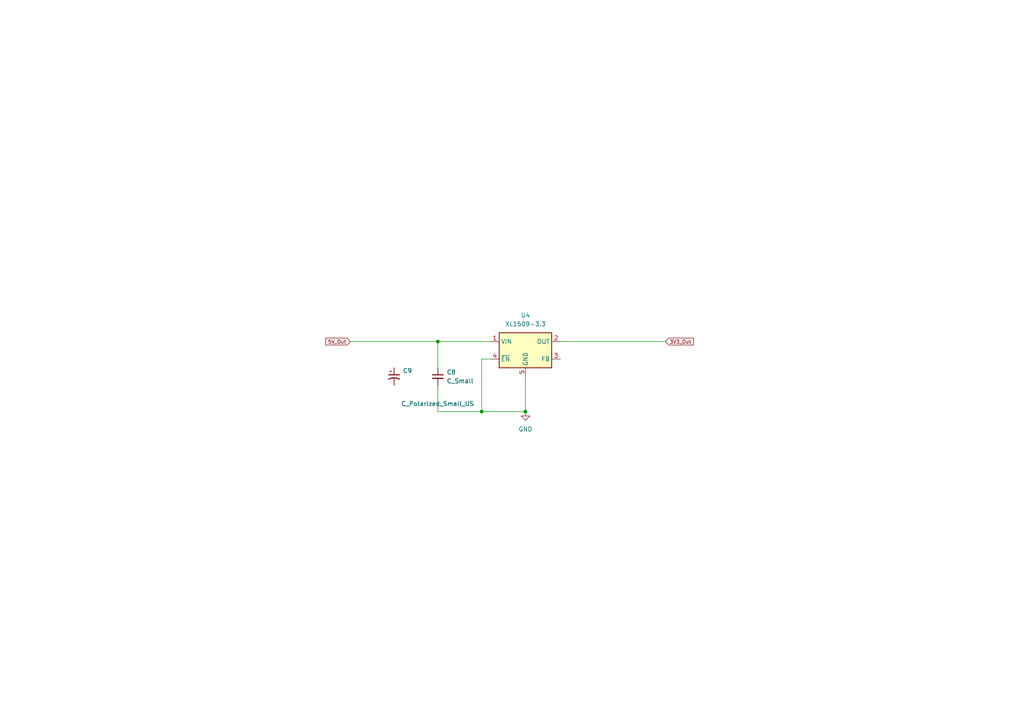
<source format=kicad_sch>
(kicad_sch (version 20250114) (generator "eeschema") (generator_version "9.0")
  (paper "A4")
  (lib_symbols
    (symbol "Device:C_Polarized_Small_US" (pin_numbers (hide yes)) (pin_names (offset 0.254) (hide yes))
      (property "Reference" "C" (at 0.254 1.778 0))
      (property "Value" "C_Polarized_Small_US" (at 0.254 -2.032 0))
      (symbol "C_Polarized_Small_US_0_1"
        (polyline (pts (xy -1.524 0.508) (xy 1.524 0.508)) (stroke (width 0.3048)))
        (polyline (pts (xy -1.27 1.524) (xy -0.762 1.524)))
        (polyline (pts (xy -1.016 1.27) (xy -1.016 1.778)))
        (arc (start -1.524 -0.762) (mid 0 -0.3734) (end 1.524 -0.762) (stroke (width 0.3048)))
      )
      (symbol "C_Polarized_Small_US_1_1"
        (pin passive line (at 0 2.54 270) (length 2.032) (name "~") (number "1"))
        (pin passive line (at 0 -2.54 90) (length 2.032) (name "~") (number "2"))
      )
    )
    (symbol "Device:C_Small" (pin_numbers (hide yes)) (pin_names (offset 0.254) (hide yes))
      (property "Reference" "C" (at 0.254 1.778 0))
      (property "Value" "C_Small" (at 0.254 -2.032 0))
      (symbol "C_Small_0_1"
        (polyline (pts (xy -1.524 0.508) (xy 1.524 0.508)) (stroke (width 0.3048)))
        (polyline (pts (xy -1.524 -0.508) (xy 1.524 -0.508)) (stroke (width 0.3302)))
      )
      (symbol "C_Small_1_1"
        (pin passive line (at 0 2.54 270) (length 2.032) (name "~") (number "1"))
        (pin passive line (at 0 -2.54 90) (length 2.032) (name "~") (number "2"))
      )
    )
    (symbol "Regulator_Switching:XL1509-3.3"
      (property "Reference" "U" (at -7.112 6.096 0))
      (property "Value" "XL1509-3.3" (at 5.842 6.096 0))
      (symbol "XL1509-3.3_0_1"
        (rectangle (start -7.62 5.08) (end 7.62 -5.08) (stroke (width 0.254)) (fill (type background)))
      )
      (symbol "XL1509-3.3_1_1"
        (pin power_in line (at -10.16 2.54 0) (length 2.54) (name "VIN") (number "1"))
        (pin input line (at -10.16 -2.54 0) (length 2.54) (name "~{EN}") (number "4"))
        (pin power_in line (at 0 -7.62 90) (length 2.54) (name "GND") (number "5"))
        (pin passive line (at 0 -7.62 90) (length 2.54) (hide yes) (name "GND") (number "6"))
        (pin passive line (at 0 -7.62 90) (length 2.54) (hide yes) (name "GND") (number "7"))
        (pin passive line (at 0 -7.62 90) (length 2.54) (hide yes) (name "GND") (number "8"))
        (pin power_out line (at 10.16 2.54 180) (length 2.54) (name "OUT") (number "2"))
        (pin input line (at 10.16 -2.54 180) (length 2.54) (name "FB") (number "3"))
      )
    )
    (symbol "power:GND" (power) (pin_numbers (hide yes)) (pin_names (offset 0) (hide yes))
      (property "Value" "GND" (at 0 -3.81 0))
      (symbol "GND_0_1"
        (polyline (pts (xy 0 0) (xy 0 -1.27) (xy 1.27 -1.27) (xy 0 -2.54) (xy -1.27 -1.27) (xy 0 -1.27)))
      )
      (symbol "GND_1_1"
        (pin power_in line (at 0 0 270) (length 0) (name "~") (number "1"))
      )
    )
  )
  (junction (at 127 99.06))
  (junction (at 152.4 119.38))
  (junction (at 139.7 119.38))
  (wire (pts (xy 127 119.38) (xy 139.7 119.38)))
  (wire (pts (xy 127 99.06) (xy 127 106.68)))
  (wire (pts (xy 142.24 104.14) (xy 139.7 104.14)))
  (wire (pts (xy 127 111.76) (xy 127 119.38)))
  (wire (pts (xy 152.4 109.22) (xy 152.4 119.38)))
  (wire (pts (xy 139.7 104.14) (xy 139.7 119.38)))
  (wire (pts (xy 101.6 99.06) (xy 127 99.06)))
  (wire (pts (xy 162.56 99.06) (xy 193.04 99.06)))
  (wire (pts (xy 127 99.06) (xy 142.24 99.06)))
  (wire (pts (xy 139.7 119.38) (xy 152.4 119.38)))
  (global_label "5V_Out" (shape input) (at 101.6 99.06 180) (effects (font (size 1.016 1.016))) (property "Intersheetrefs" "${INTERSHEET_REFS}" (effects (hide yes))))
  (global_label "3V3_Out" (shape input) (at 193.04 99.06 0) (effects (font (size 1.016 1.016))) (property "Intersheetrefs" "${INTERSHEET_REFS}" (effects (hide yes))))
  (symbol (lib_id "power:GND") (at 152.4 119.38 0) (unit 1)
    (property "Reference" "#PWR05" (effects (hide yes)))
    (property "Value" "GND" (at 152.4 124.46 0))
    (property "Description" "Power symbol creates a global label with name \"GND\" , ground" (effects (hide yes)))
  )
  (symbol (lib_id "Device:C_Small") (at 127 109.22 0) (unit 1)
    (property "Reference" "C8" (at 129.54 107.9562 0) (effects (justify left)))
    (property "Value" "C_Small" (at 129.54 110.4962 0) (effects (justify left)))
    (property "Footprint" "Capacitor_SMD:C_1206_3216Metric_Pad1.33x1.80mm_HandSolder" (effects (hide yes)))
    (property "Description" "Unpolarized capacitor, small symbol" (effects (hide yes)))
  )
  (symbol (lib_id "Device:C_Polarized_Small_US") (at 114.3 109.22 0) (unit 1)
    (property "Reference" "C9" (at 116.84 107.5181 0) (effects (justify left)))
    (property "Value" "C_Polarized_Small_US" (at 116.332 117.094 0) (effects (justify left)))
    (property "Description" "Polarized capacitor, small US symbol" (effects (hide yes)))
  )
  (symbol (lib_id "Regulator_Switching:XL1509-3.3") (at 152.4 101.6 0) (unit 1)
    (property "Reference" "U4" (at 152.4 91.44 0))
    (property "Value" "XL1509-3.3" (at 152.4 93.98 0))
    (property "Footprint" "Package_SO:SOIC-8_3.9x4.9mm_P1.27mm" (effects (hide yes)))
    (property "Datasheet" "https://datasheet.lcsc.com/lcsc/1809050422_XLSEMI-XL1509-5-0E1_C61063.pdf" (effects (hide yes)))
    (property "Description" "Buck DC/DC Converter, 2A, 3.3V Output Voltage, 4.5-40V Input Voltage" (effects (hide yes)))
  )
)
</source>
